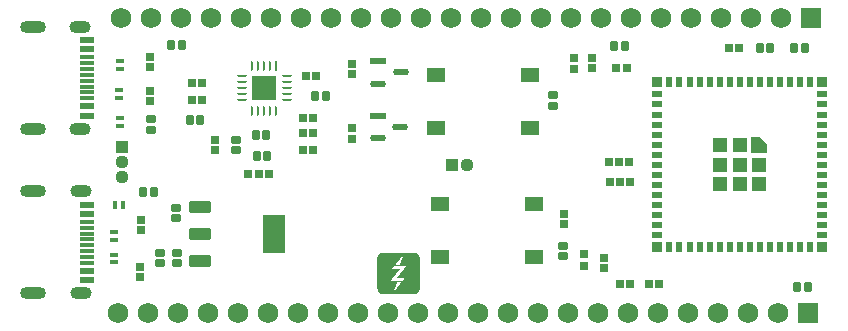
<source format=gts>
G04*
G04 #@! TF.GenerationSoftware,Altium Limited,Altium Designer,24.5.2 (23)*
G04*
G04 Layer_Color=8388736*
%FSLAX25Y25*%
%MOIN*%
G70*
G04*
G04 #@! TF.SameCoordinates,906D8F54-8257-410E-A491-0C3AE59FFD44*
G04*
G04*
G04 #@! TF.FilePolarity,Negative*
G04*
G01*
G75*
%ADD20R,0.04528X0.02362*%
%ADD21R,0.04528X0.01181*%
%ADD23R,0.06102X0.05118*%
G04:AMPARAMS|DCode=24|XSize=53.43mil|YSize=22.53mil|CornerRadius=11.26mil|HoleSize=0mil|Usage=FLASHONLY|Rotation=0.000|XOffset=0mil|YOffset=0mil|HoleType=Round|Shape=RoundedRectangle|*
%AMROUNDEDRECTD24*
21,1,0.05343,0.00000,0,0,0.0*
21,1,0.03091,0.02253,0,0,0.0*
1,1,0.02253,0.01545,0.00000*
1,1,0.02253,-0.01545,0.00000*
1,1,0.02253,-0.01545,0.00000*
1,1,0.02253,0.01545,0.00000*
%
%ADD24ROUNDEDRECTD24*%
%ADD25R,0.05343X0.02253*%
G04:AMPARAMS|DCode=30|XSize=9.55mil|YSize=33.06mil|CornerRadius=4.77mil|HoleSize=0mil|Usage=FLASHONLY|Rotation=270.000|XOffset=0mil|YOffset=0mil|HoleType=Round|Shape=RoundedRectangle|*
%AMROUNDEDRECTD30*
21,1,0.00955,0.02351,0,0,270.0*
21,1,0.00000,0.03306,0,0,270.0*
1,1,0.00955,-0.01176,0.00000*
1,1,0.00955,-0.01176,0.00000*
1,1,0.00955,0.01176,0.00000*
1,1,0.00955,0.01176,0.00000*
%
%ADD30ROUNDEDRECTD30*%
G04:AMPARAMS|DCode=31|XSize=33.06mil|YSize=9.55mil|CornerRadius=4.77mil|HoleSize=0mil|Usage=FLASHONLY|Rotation=270.000|XOffset=0mil|YOffset=0mil|HoleType=Round|Shape=RoundedRectangle|*
%AMROUNDEDRECTD31*
21,1,0.03306,0.00000,0,0,270.0*
21,1,0.02351,0.00955,0,0,270.0*
1,1,0.00955,0.00000,-0.01176*
1,1,0.00955,0.00000,0.01176*
1,1,0.00955,0.00000,0.01176*
1,1,0.00955,0.00000,-0.01176*
%
%ADD31ROUNDEDRECTD31*%
%ADD32R,0.00955X0.03306*%
%ADD40R,0.02526X0.02762*%
%ADD41R,0.02762X0.02526*%
G04:AMPARAMS|DCode=42|XSize=29.2mil|YSize=32.35mil|CornerRadius=5.15mil|HoleSize=0mil|Usage=FLASHONLY|Rotation=90.000|XOffset=0mil|YOffset=0mil|HoleType=Round|Shape=RoundedRectangle|*
%AMROUNDEDRECTD42*
21,1,0.02920,0.02205,0,0,90.0*
21,1,0.01890,0.03235,0,0,90.0*
1,1,0.01030,0.01102,0.00945*
1,1,0.01030,0.01102,-0.00945*
1,1,0.01030,-0.01102,-0.00945*
1,1,0.01030,-0.01102,0.00945*
%
%ADD42ROUNDEDRECTD42*%
%ADD43R,0.02762X0.01778*%
%ADD44R,0.01778X0.02762*%
G04:AMPARAMS|DCode=45|XSize=29.2mil|YSize=32.35mil|CornerRadius=5.15mil|HoleSize=0mil|Usage=FLASHONLY|Rotation=180.000|XOffset=0mil|YOffset=0mil|HoleType=Round|Shape=RoundedRectangle|*
%AMROUNDEDRECTD45*
21,1,0.02920,0.02205,0,0,180.0*
21,1,0.01890,0.03235,0,0,180.0*
1,1,0.01030,-0.00945,0.01102*
1,1,0.01030,0.00945,0.01102*
1,1,0.01030,0.00945,-0.01102*
1,1,0.01030,-0.00945,-0.01102*
%
%ADD45ROUNDEDRECTD45*%
%ADD46R,0.08071X0.08071*%
%ADD47R,0.03156X0.02762*%
G04:AMPARAMS|DCode=48|XSize=129.98mil|YSize=72.9mil|CornerRadius=4.07mil|HoleSize=0mil|Usage=FLASHONLY|Rotation=90.000|XOffset=0mil|YOffset=0mil|HoleType=Round|Shape=RoundedRectangle|*
%AMROUNDEDRECTD48*
21,1,0.12998,0.06476,0,0,90.0*
21,1,0.12185,0.07290,0,0,90.0*
1,1,0.00813,0.03238,0.06093*
1,1,0.00813,0.03238,-0.06093*
1,1,0.00813,-0.03238,-0.06093*
1,1,0.00813,-0.03238,0.06093*
%
%ADD48ROUNDEDRECTD48*%
G04:AMPARAMS|DCode=49|XSize=39.43mil|YSize=72.9mil|CornerRadius=3.95mil|HoleSize=0mil|Usage=FLASHONLY|Rotation=90.000|XOffset=0mil|YOffset=0mil|HoleType=Round|Shape=RoundedRectangle|*
%AMROUNDEDRECTD49*
21,1,0.03943,0.06500,0,0,90.0*
21,1,0.03154,0.07290,0,0,90.0*
1,1,0.00790,0.03250,0.01577*
1,1,0.00790,0.03250,-0.01577*
1,1,0.00790,-0.03250,-0.01577*
1,1,0.00790,-0.03250,0.01577*
%
%ADD49ROUNDEDRECTD49*%
%ADD50R,0.03550X0.03550*%
%ADD51R,0.01975X0.03550*%
%ADD52R,0.03550X0.01975*%
%ADD53R,0.05124X0.05124*%
G04:AMPARAMS|DCode=54|XSize=39.37mil|YSize=86.61mil|CornerRadius=19.68mil|HoleSize=0mil|Usage=FLASHONLY|Rotation=270.000|XOffset=0mil|YOffset=0mil|HoleType=Round|Shape=RoundedRectangle|*
%AMROUNDEDRECTD54*
21,1,0.03937,0.04724,0,0,270.0*
21,1,0.00000,0.08661,0,0,270.0*
1,1,0.03937,-0.02362,0.00000*
1,1,0.03937,-0.02362,0.00000*
1,1,0.03937,0.02362,0.00000*
1,1,0.03937,0.02362,0.00000*
%
%ADD54ROUNDEDRECTD54*%
G04:AMPARAMS|DCode=55|XSize=39.37mil|YSize=70.87mil|CornerRadius=19.68mil|HoleSize=0mil|Usage=FLASHONLY|Rotation=270.000|XOffset=0mil|YOffset=0mil|HoleType=Round|Shape=RoundedRectangle|*
%AMROUNDEDRECTD55*
21,1,0.03937,0.03150,0,0,270.0*
21,1,0.00000,0.07087,0,0,270.0*
1,1,0.03937,-0.01575,0.00000*
1,1,0.03937,-0.01575,0.00000*
1,1,0.03937,0.01575,0.00000*
1,1,0.03937,0.01575,0.00000*
%
%ADD55ROUNDEDRECTD55*%
%ADD56R,0.06800X0.06800*%
%ADD57C,0.06800*%
%ADD58R,0.04400X0.04400*%
%ADD59C,0.04400*%
%ADD60R,0.04400X0.04400*%
G36*
X133293Y25551D02*
X133300Y25515D01*
X133318Y25496D01*
X133333Y25489D01*
X133399Y25452D01*
X133443Y25408D01*
X133458Y25401D01*
X133495Y25364D01*
X133510Y25357D01*
X133561Y25305D01*
X133576Y25298D01*
X133642Y25246D01*
X133660Y25220D01*
X133686Y25187D01*
X133701Y25180D01*
X133734Y25147D01*
X133741Y25132D01*
X133822Y25051D01*
X133844Y25014D01*
X133877Y24981D01*
X133892Y24974D01*
X133903Y24963D01*
X133962Y24853D01*
X133976Y24838D01*
X133984Y24823D01*
X134013Y24772D01*
X134050Y24713D01*
X134160Y24485D01*
X134204Y24389D01*
X134215Y24334D01*
X134230Y24297D01*
X134241Y24286D01*
X134263Y24235D01*
X134271Y24183D01*
X134278Y24154D01*
X134285Y24073D01*
X134300Y24036D01*
X134322Y23985D01*
X134337Y23926D01*
X134344Y23830D01*
X134352Y23602D01*
X134344Y13674D01*
X134337Y13652D01*
X134329Y13593D01*
X134322Y13571D01*
X134308Y13534D01*
X134285Y13461D01*
X134274Y13391D01*
X134267Y13347D01*
X134245Y13288D01*
X134219Y13240D01*
X134201Y13156D01*
X134190Y13130D01*
X134160Y13086D01*
X134131Y13019D01*
X134043Y12850D01*
X134028Y12835D01*
X133999Y12769D01*
X133980Y12722D01*
X133962Y12696D01*
X133932Y12666D01*
X133888Y12585D01*
X133877Y12574D01*
X133862Y12567D01*
X133815Y12519D01*
X133807Y12505D01*
X133774Y12464D01*
X133734Y12424D01*
X133727Y12409D01*
X133598Y12280D01*
X133583Y12273D01*
X133568Y12258D01*
X133554Y12251D01*
X133495Y12192D01*
X133480Y12185D01*
X133465Y12170D01*
X133451Y12163D01*
X133436Y12148D01*
X133421Y12141D01*
X133406Y12126D01*
X133392Y12118D01*
X133293Y12049D01*
X133278Y12012D01*
X133274Y12001D01*
X125269Y12004D01*
X125276Y12056D01*
X125302Y12082D01*
X125317Y12089D01*
X125357Y12122D01*
X125364Y12137D01*
X125412Y12207D01*
X125431Y12225D01*
X125475Y12306D01*
X125556Y12387D01*
X125563Y12402D01*
X125593Y12446D01*
X125600Y12461D01*
X125633Y12501D01*
X125644Y12512D01*
X125666Y12549D01*
X125710Y12593D01*
X125717Y12608D01*
X125751Y12648D01*
X125784Y12681D01*
X125791Y12696D01*
X125861Y12788D01*
X125872Y12799D01*
X125879Y12813D01*
X125912Y12854D01*
X125938Y12880D01*
X125945Y12894D01*
X125979Y12935D01*
X125997Y12961D01*
X126034Y12997D01*
X126041Y13012D01*
X126078Y13063D01*
X126085Y13078D01*
X126122Y13115D01*
X126129Y13130D01*
X126159Y13181D01*
X126203Y13225D01*
X126240Y13292D01*
X126276Y13328D01*
X126284Y13343D01*
X126298Y13358D01*
X126306Y13372D01*
X126350Y13417D01*
X126387Y13483D01*
X126438Y13534D01*
X126446Y13549D01*
X126497Y13615D01*
X126523Y13634D01*
X126556Y13667D01*
X126563Y13681D01*
X126578Y13696D01*
X126585Y13711D01*
X126607Y13733D01*
X126615Y13747D01*
X126663Y13817D01*
X126721Y13891D01*
X126740Y13917D01*
X126791Y13983D01*
X126813Y14005D01*
X126821Y14020D01*
X126843Y14042D01*
X126850Y14056D01*
X126894Y14137D01*
X126913Y14156D01*
X126927Y14163D01*
X126979Y14244D01*
X126994Y14251D01*
X127008Y14266D01*
X127023Y14273D01*
X127063Y14336D01*
X127100Y14373D01*
X127108Y14387D01*
X127129Y14409D01*
X127159Y14461D01*
X127218Y14520D01*
X127225Y14534D01*
X127254Y14579D01*
X127262Y14593D01*
X127295Y14634D01*
X127343Y14682D01*
X127350Y14696D01*
X127424Y14799D01*
X127431Y14814D01*
X127482Y14865D01*
X127490Y14880D01*
X127541Y14946D01*
X127563Y14968D01*
X127571Y14983D01*
X127604Y15023D01*
X127615Y15034D01*
X127622Y15049D01*
X127674Y15115D01*
X127696Y15137D01*
X127703Y15152D01*
X127718Y15167D01*
X127725Y15182D01*
X127762Y15218D01*
X127769Y15233D01*
X127784Y15248D01*
X127791Y15262D01*
X127898Y15406D01*
X127953Y15461D01*
X127961Y15476D01*
X127990Y15505D01*
X127997Y15520D01*
X128100Y15652D01*
X128130Y15682D01*
X128133Y15685D01*
X128144Y15696D01*
X128152Y15711D01*
X128174Y15748D01*
X128181Y15777D01*
X128174Y15821D01*
X128148Y15847D01*
X128097Y15855D01*
X128052Y15847D01*
X128030Y15840D01*
X127869Y15847D01*
X127773Y15840D01*
X127626Y15847D01*
X127604Y15840D01*
X127424Y15844D01*
X127354Y15840D01*
X127332Y15847D01*
X127129Y15844D01*
X127015Y15847D01*
X126994Y15840D01*
X126942Y15833D01*
X126905Y15825D01*
X126880Y15799D01*
X126865Y15748D01*
X126846Y15700D01*
X126806Y15616D01*
X126780Y15546D01*
X126743Y15487D01*
X126725Y15446D01*
X126707Y15399D01*
X126666Y15307D01*
X126615Y15196D01*
X126593Y15145D01*
X126563Y15079D01*
X126526Y14998D01*
X126468Y14873D01*
X126453Y14836D01*
X126446Y14821D01*
X126416Y14755D01*
X126390Y14685D01*
X126372Y14637D01*
X126357Y14601D01*
X126298Y14476D01*
X126273Y14406D01*
X126262Y14395D01*
X126254Y14380D01*
X126232Y14329D01*
X126225Y14299D01*
X126210Y14262D01*
X126181Y14218D01*
X126166Y14181D01*
X126148Y14134D01*
X126085Y14005D01*
X126041Y13924D01*
X126019Y13872D01*
X126008Y13832D01*
X125971Y13773D01*
X125953Y13725D01*
X125942Y13685D01*
X125927Y13648D01*
X125916Y13637D01*
X125905Y13597D01*
X125890Y13560D01*
X125857Y13505D01*
X125850Y13490D01*
X125806Y13395D01*
X125791Y13358D01*
X125762Y13292D01*
X125740Y13240D01*
X125732Y13211D01*
X125706Y13141D01*
X125673Y13086D01*
X125666Y13056D01*
X125593Y12902D01*
X125585Y12858D01*
X125556Y12806D01*
X125534Y12769D01*
X125519Y12718D01*
X125482Y12652D01*
X125467Y12637D01*
X125453Y12600D01*
X125442Y12552D01*
X125431Y12527D01*
X125394Y12475D01*
X125375Y12427D01*
X125320Y12321D01*
X125309Y12280D01*
X125239Y12129D01*
X125225Y12093D01*
X125210Y12041D01*
X125206Y12001D01*
X121268Y12004D01*
X121261Y12041D01*
X121242Y12060D01*
X121228Y12067D01*
X121161Y12104D01*
X121103Y12163D01*
X121088Y12170D01*
X121022Y12222D01*
X121003Y12240D01*
X120996Y12254D01*
X120970Y12273D01*
X120930Y12306D01*
X120900Y12335D01*
X120893Y12350D01*
X120875Y12369D01*
X120860Y12376D01*
X120790Y12446D01*
X120783Y12461D01*
X120761Y12483D01*
X120753Y12497D01*
X120731Y12519D01*
X120724Y12534D01*
X120698Y12552D01*
X120658Y12585D01*
X120639Y12633D01*
X120621Y12659D01*
X120584Y12696D01*
X120569Y12733D01*
X120544Y12802D01*
X120525Y12828D01*
X120503Y12850D01*
X120496Y12865D01*
X120481Y12880D01*
X120393Y13049D01*
X120371Y13100D01*
X120345Y13170D01*
X120330Y13207D01*
X120290Y13336D01*
X120282Y13365D01*
X120272Y13413D01*
X120264Y13442D01*
X120249Y13479D01*
X120238Y13520D01*
X120224Y13578D01*
X120213Y13714D01*
X120205Y13847D01*
X120198Y13950D01*
X120191Y14075D01*
X120187Y14284D01*
X120194Y14306D01*
X120191Y23489D01*
X120198Y23591D01*
X120205Y23680D01*
X120213Y23842D01*
X120220Y23930D01*
X120227Y23989D01*
X120235Y24025D01*
X120242Y24055D01*
X120268Y24117D01*
X120282Y24169D01*
X120290Y24220D01*
X120297Y24250D01*
X120308Y24290D01*
X120338Y24371D01*
X120352Y24408D01*
X120393Y24492D01*
X120411Y24540D01*
X120426Y24577D01*
X120503Y24706D01*
X120584Y24860D01*
X120599Y24875D01*
X120606Y24890D01*
X120643Y24956D01*
X120717Y25029D01*
X120724Y25044D01*
X120757Y25084D01*
X120842Y25169D01*
X120849Y25184D01*
X120919Y25253D01*
X120933Y25261D01*
X120963Y25290D01*
X120977Y25298D01*
X121110Y25430D01*
X121125Y25437D01*
X121169Y25467D01*
X121220Y25496D01*
X121246Y25522D01*
X121253Y25551D01*
X129266Y25555D01*
X129270Y25522D01*
X129237Y25482D01*
X129222Y25474D01*
X129203Y25456D01*
X129196Y25441D01*
X129145Y25375D01*
X129123Y25353D01*
X129115Y25338D01*
X129064Y25272D01*
X129042Y25250D01*
X129034Y25235D01*
X129005Y25184D01*
X128968Y25132D01*
X128942Y25106D01*
X128928Y25099D01*
X128917Y25088D01*
X128909Y25073D01*
X128861Y25003D01*
X128828Y24970D01*
X128821Y24956D01*
X128770Y24890D01*
X128755Y24875D01*
X128747Y24860D01*
X128733Y24845D01*
X128725Y24831D01*
X128711Y24816D01*
X128703Y24801D01*
X128667Y24764D01*
X128659Y24750D01*
X128637Y24728D01*
X128630Y24713D01*
X128578Y24647D01*
X128564Y24632D01*
X128556Y24617D01*
X128516Y24555D01*
X128501Y24547D01*
X128475Y24522D01*
X128431Y24441D01*
X128420Y24430D01*
X128405Y24422D01*
X128380Y24397D01*
X128372Y24382D01*
X128303Y24290D01*
X128244Y24202D01*
X128225Y24183D01*
X128218Y24169D01*
X128174Y24125D01*
X128166Y24110D01*
X128137Y24081D01*
X128130Y24066D01*
X128108Y24044D01*
X128100Y24029D01*
X128086Y24014D01*
X128078Y24000D01*
X128056Y23978D01*
X128049Y23963D01*
X128019Y23933D01*
X128012Y23919D01*
X127972Y23864D01*
X127957Y23856D01*
X127931Y23830D01*
X127902Y23779D01*
X127865Y23742D01*
X127858Y23728D01*
X127821Y23676D01*
X127813Y23661D01*
X127784Y23632D01*
X127777Y23617D01*
X127729Y23547D01*
X127718Y23536D01*
X127710Y23521D01*
X127681Y23492D01*
X127674Y23477D01*
X127659Y23463D01*
X127652Y23448D01*
X127600Y23382D01*
X127585Y23367D01*
X127578Y23352D01*
X127541Y23301D01*
X127530Y23290D01*
X127516Y23282D01*
X127490Y23257D01*
X127482Y23242D01*
X127468Y23227D01*
X127461Y23213D01*
X127438Y23191D01*
X127431Y23176D01*
X127398Y23135D01*
X127380Y23117D01*
X127372Y23102D01*
X127357Y23088D01*
X127350Y23073D01*
X127302Y23003D01*
X127254Y22955D01*
X127247Y22941D01*
X127225Y22919D01*
X127218Y22904D01*
X127166Y22838D01*
X127137Y22794D01*
X127115Y22757D01*
X127104Y22746D01*
X127089Y22738D01*
X127063Y22713D01*
X127034Y22661D01*
X126960Y22558D01*
X126953Y22543D01*
X126880Y22470D01*
X126843Y22404D01*
X126828Y22389D01*
X126824Y22378D01*
X126810Y22371D01*
X126769Y22330D01*
X126762Y22315D01*
X126747Y22301D01*
X126740Y22286D01*
X126710Y22257D01*
X126703Y22242D01*
X126652Y22176D01*
X126600Y22124D01*
X126563Y22058D01*
X126541Y22036D01*
X126534Y22021D01*
X126512Y21999D01*
X126504Y21984D01*
X126490Y21970D01*
X126482Y21955D01*
X126468Y21940D01*
X126460Y21926D01*
X126424Y21889D01*
X126416Y21874D01*
X126394Y21852D01*
X126387Y21837D01*
X126365Y21786D01*
X126372Y21749D01*
X126390Y21731D01*
X126442Y21716D01*
X126582Y21723D01*
X126655Y21716D01*
X126971Y21723D01*
X127387Y21720D01*
X127538Y21723D01*
X127560Y21716D01*
X127604Y21723D01*
X127644Y21757D01*
X127666Y21779D01*
X127674Y21793D01*
X127696Y21845D01*
X127703Y21874D01*
X127747Y21955D01*
X127777Y22021D01*
X127795Y22069D01*
X127824Y22113D01*
X127839Y22150D01*
X127887Y22257D01*
X127905Y22304D01*
X127924Y22345D01*
X127975Y22455D01*
X128001Y22525D01*
X128016Y22562D01*
X128027Y22573D01*
X128034Y22588D01*
X128063Y22654D01*
X128089Y22724D01*
X128100Y22735D01*
X128115Y22771D01*
X128141Y22841D01*
X128166Y22882D01*
X128196Y22948D01*
X128203Y22977D01*
X128222Y23025D01*
X128262Y23110D01*
X128273Y23150D01*
X128350Y23316D01*
X128372Y23367D01*
X128380Y23382D01*
X128417Y23463D01*
X128435Y23510D01*
X128468Y23573D01*
X128505Y23654D01*
X128564Y23779D01*
X128571Y23808D01*
X128586Y23845D01*
X128600Y23860D01*
X128608Y23875D01*
X128637Y23948D01*
X128674Y24007D01*
X128689Y24058D01*
X128714Y24128D01*
X128747Y24183D01*
X128762Y24220D01*
X128788Y24290D01*
X128828Y24367D01*
X128847Y24415D01*
X128880Y24478D01*
X128895Y24536D01*
X128968Y24691D01*
X128983Y24750D01*
X129001Y24798D01*
X129012Y24809D01*
X129020Y24823D01*
X129056Y24904D01*
X129108Y25014D01*
X129145Y25081D01*
X129159Y25095D01*
X129181Y25147D01*
X129200Y25195D01*
X129215Y25232D01*
X129248Y25309D01*
X129255Y25323D01*
X129306Y25404D01*
X129321Y25441D01*
X129343Y25515D01*
X129347Y25555D01*
X133293Y25551D01*
D02*
G37*
G36*
X244744Y58740D02*
Y64252D01*
X247697D01*
X250256Y61693D01*
Y58740D01*
X244744D01*
D02*
G37*
%LPC*%
G36*
X129788Y21304D02*
X129148D01*
X128306Y21293D01*
X127674Y21286D01*
X127648Y21282D01*
X127626Y21290D01*
X127552Y21282D01*
X126273Y21275D01*
X126251Y21267D01*
X126052Y21282D01*
X126030Y21275D01*
X125986Y21267D01*
X125905Y21223D01*
X125865Y21183D01*
X125857Y21168D01*
X125809Y21098D01*
X125773Y21061D01*
X125758Y21054D01*
X125732Y21006D01*
X125703Y20955D01*
X125688Y20940D01*
X125681Y20925D01*
X125640Y20870D01*
X125626Y20863D01*
X125607Y20844D01*
X125600Y20830D01*
X125552Y20760D01*
X125534Y20742D01*
X125526Y20727D01*
X125493Y20686D01*
X125475Y20668D01*
X125467Y20653D01*
X125453Y20639D01*
X125445Y20624D01*
X125431Y20609D01*
X125423Y20595D01*
X125350Y20521D01*
X125342Y20506D01*
X125328Y20492D01*
X125320Y20477D01*
X125269Y20425D01*
X125239Y20374D01*
X125228Y20363D01*
X125214Y20356D01*
X125188Y20330D01*
X125173Y20278D01*
X125166Y20242D01*
X125188Y20205D01*
X125221Y20194D01*
X125361Y20186D01*
X125383Y20194D01*
X127129Y20190D01*
X127578Y20197D01*
X127641Y20201D01*
X127652Y20190D01*
X127644Y20139D01*
X127615Y20087D01*
X127563Y20021D01*
X127538Y19995D01*
X127527Y19991D01*
X127519Y19977D01*
X127490Y19925D01*
X127471Y19907D01*
X127438Y19888D01*
X127431Y19874D01*
X127402Y19822D01*
X127357Y19778D01*
X127321Y19712D01*
X127262Y19653D01*
X127254Y19638D01*
X127240Y19624D01*
X127210Y19572D01*
X127159Y19521D01*
X127152Y19506D01*
X127100Y19440D01*
X127063Y19388D01*
X127056Y19374D01*
X126986Y19282D01*
X126946Y19241D01*
X126938Y19227D01*
X126887Y19160D01*
X126854Y19120D01*
X126843Y19109D01*
X126835Y19094D01*
X126821Y19080D01*
X126813Y19065D01*
X126799Y19050D01*
X126791Y19035D01*
X126740Y18969D01*
X126703Y18932D01*
X126696Y18918D01*
X126674Y18896D01*
X126666Y18881D01*
X126652Y18866D01*
X126644Y18851D01*
X126607Y18815D01*
X126600Y18800D01*
X126571Y18771D01*
X126563Y18756D01*
X126534Y18712D01*
X126526Y18697D01*
X126512Y18682D01*
X126504Y18668D01*
X126490Y18653D01*
X126482Y18638D01*
X126446Y18601D01*
X126438Y18587D01*
X126416Y18565D01*
X126409Y18550D01*
X126394Y18535D01*
X126365Y18484D01*
X126332Y18443D01*
X126306Y18418D01*
X126269Y18351D01*
X126229Y18311D01*
X126218Y18307D01*
X126210Y18293D01*
X126173Y18241D01*
X126115Y18182D01*
X126078Y18116D01*
X126019Y18057D01*
X126012Y18043D01*
X125997Y18028D01*
X125990Y18013D01*
X125953Y17962D01*
X125945Y17947D01*
X125916Y17918D01*
X125909Y17903D01*
X125872Y17866D01*
X125865Y17851D01*
X125828Y17800D01*
X125820Y17785D01*
X125784Y17748D01*
X125780Y17737D01*
X125769Y17734D01*
X125762Y17719D01*
X125714Y17649D01*
X125681Y17616D01*
X125673Y17601D01*
X125622Y17535D01*
X125607Y17520D01*
X125578Y17469D01*
X125559Y17443D01*
X125545Y17436D01*
X125519Y17410D01*
X125489Y17358D01*
X125467Y17336D01*
X125460Y17322D01*
X125431Y17292D01*
X125423Y17278D01*
X125401Y17256D01*
X125394Y17241D01*
X125342Y17175D01*
X125328Y17160D01*
X125320Y17145D01*
X125291Y17094D01*
X125273Y17075D01*
X125258Y17068D01*
X125239Y17050D01*
X125232Y17035D01*
X125199Y16995D01*
X125188Y16983D01*
X125181Y16969D01*
X125151Y16917D01*
X125092Y16858D01*
X125085Y16844D01*
X125052Y16803D01*
X125015Y16759D01*
X124975Y16704D01*
X124967Y16689D01*
X124916Y16623D01*
X124894Y16601D01*
X124886Y16586D01*
X124872Y16572D01*
X124864Y16557D01*
X124828Y16520D01*
X124820Y16505D01*
X124805Y16491D01*
X124776Y16439D01*
X124743Y16406D01*
X124728Y16399D01*
X124714Y16384D01*
X124699Y16377D01*
X124680Y16336D01*
X124706Y16303D01*
X124758Y16288D01*
X124842Y16299D01*
X124993Y16303D01*
X125015Y16296D01*
X128589Y16303D01*
X128630Y16336D01*
X128659Y16366D01*
X128667Y16380D01*
X128681Y16395D01*
X128689Y16410D01*
X128703Y16424D01*
X128711Y16439D01*
X128733Y16461D01*
X128740Y16476D01*
X128814Y16549D01*
X128850Y16616D01*
X128895Y16660D01*
X128902Y16675D01*
X128950Y16744D01*
X128983Y16778D01*
X128990Y16792D01*
X129012Y16814D01*
X129020Y16829D01*
X129071Y16895D01*
X129123Y16947D01*
X129130Y16961D01*
X129167Y17020D01*
X129196Y17072D01*
X129222Y17097D01*
X129237Y17105D01*
X129248Y17116D01*
X129255Y17131D01*
X129306Y17197D01*
X129343Y17233D01*
X129351Y17248D01*
X129365Y17263D01*
X129387Y17314D01*
X129380Y17358D01*
X129362Y17377D01*
X129310Y17384D01*
X129259Y17377D01*
X129203Y17373D01*
X127222Y17377D01*
X127199Y17370D01*
X127137Y17373D01*
X127133Y17370D01*
X127111Y17377D01*
X126927Y17370D01*
X126905Y17362D01*
X126880Y17381D01*
X126876Y17414D01*
X126883Y17443D01*
X126913Y17487D01*
X126931Y17506D01*
X126938Y17520D01*
X126975Y17557D01*
X126982Y17572D01*
X127019Y17623D01*
X127063Y17667D01*
X127093Y17719D01*
X127137Y17763D01*
X127144Y17778D01*
X127174Y17829D01*
X127199Y17855D01*
X127214Y17862D01*
X127254Y17895D01*
X127262Y17910D01*
X127299Y17962D01*
X127306Y17976D01*
X127343Y18013D01*
X127380Y18079D01*
X127424Y18123D01*
X127442Y18171D01*
X127497Y18226D01*
X127505Y18241D01*
X127538Y18282D01*
X127556Y18300D01*
X127563Y18315D01*
X127600Y18366D01*
X127622Y18388D01*
X127630Y18403D01*
X127663Y18443D01*
X127696Y18476D01*
X127703Y18491D01*
X127718Y18506D01*
X127725Y18520D01*
X127769Y18565D01*
X127777Y18579D01*
X127810Y18627D01*
X127824Y18634D01*
X127865Y18697D01*
X127917Y18748D01*
X127924Y18763D01*
X127975Y18815D01*
X128012Y18881D01*
X128042Y18910D01*
X128049Y18925D01*
X128071Y18947D01*
X128078Y18962D01*
X128108Y18991D01*
X128115Y19006D01*
X128130Y19021D01*
X128137Y19035D01*
X128174Y19087D01*
X128181Y19102D01*
X128203Y19124D01*
X128211Y19138D01*
X128240Y19168D01*
X128247Y19182D01*
X128284Y19241D01*
X128291Y19256D01*
X128314Y19278D01*
X128321Y19293D01*
X128350Y19322D01*
X128358Y19337D01*
X128394Y19374D01*
X128402Y19388D01*
X128439Y19425D01*
X128446Y19440D01*
X128461Y19455D01*
X128468Y19469D01*
X128483Y19484D01*
X128490Y19499D01*
X128549Y19557D01*
X128556Y19572D01*
X128608Y19638D01*
X128630Y19660D01*
X128637Y19675D01*
X128659Y19697D01*
X128667Y19712D01*
X128696Y19756D01*
X128703Y19771D01*
X128806Y19874D01*
X128814Y19888D01*
X128850Y19940D01*
X128858Y19955D01*
X128964Y20098D01*
X128983Y20124D01*
X129012Y20153D01*
X129020Y20168D01*
X129034Y20183D01*
X129042Y20197D01*
X129056Y20212D01*
X129064Y20227D01*
X129115Y20278D01*
X129123Y20293D01*
X129174Y20359D01*
X129218Y20440D01*
X129251Y20473D01*
X129266Y20481D01*
X129284Y20499D01*
X129292Y20514D01*
X129325Y20554D01*
X129343Y20572D01*
X129351Y20587D01*
X129395Y20631D01*
X129424Y20683D01*
X129476Y20749D01*
X129520Y20793D01*
X129527Y20808D01*
X129549Y20830D01*
X129557Y20844D01*
X129593Y20896D01*
X129601Y20911D01*
X129652Y20962D01*
X129696Y21043D01*
X129726Y21072D01*
X129729Y21083D01*
X129740Y21087D01*
X129744Y21098D01*
X129759Y21106D01*
X129821Y21168D01*
X129843Y21220D01*
X129851Y21249D01*
X129829Y21286D01*
X129818Y21297D01*
X129788Y21304D01*
D02*
G37*
%LPD*%
D20*
X23584Y16502D02*
D03*
Y41698D02*
D03*
Y38549D02*
D03*
Y19651D02*
D03*
X23512Y71394D02*
D03*
Y96591D02*
D03*
Y93441D02*
D03*
Y74543D02*
D03*
D21*
X23584Y22210D02*
D03*
Y24179D02*
D03*
Y26147D02*
D03*
Y28116D02*
D03*
Y30084D02*
D03*
Y32053D02*
D03*
Y34021D02*
D03*
Y35990D02*
D03*
X23512Y77102D02*
D03*
Y79071D02*
D03*
Y81039D02*
D03*
Y83008D02*
D03*
Y84976D02*
D03*
Y86945D02*
D03*
Y88913D02*
D03*
Y90882D02*
D03*
D23*
X170950Y67142D02*
D03*
X139650D02*
D03*
X170950Y84858D02*
D03*
X139650D02*
D03*
X141150Y41958D02*
D03*
X172450D02*
D03*
Y24242D02*
D03*
X141150D02*
D03*
D24*
X127985Y85740D02*
D03*
X120500Y82000D02*
D03*
X120315Y63860D02*
D03*
X127800Y67600D02*
D03*
D25*
X120500Y89480D02*
D03*
X120315Y71340D02*
D03*
D30*
X90041Y84437D02*
D03*
Y82468D02*
D03*
Y80500D02*
D03*
Y78531D02*
D03*
Y76563D02*
D03*
X74959D02*
D03*
Y78531D02*
D03*
Y80500D02*
D03*
Y82468D02*
D03*
Y84437D02*
D03*
D31*
X86437Y72959D02*
D03*
X84469D02*
D03*
X82500D02*
D03*
X80532D02*
D03*
X78563D02*
D03*
Y88041D02*
D03*
X80532D02*
D03*
X82500D02*
D03*
X84469D02*
D03*
D32*
X86437D02*
D03*
D40*
X84000Y52000D02*
D03*
X80614D02*
D03*
X77228D02*
D03*
X80614D02*
D03*
X61800Y76700D02*
D03*
X58414D02*
D03*
X237507Y93800D02*
D03*
X240893D02*
D03*
X99693Y84500D02*
D03*
X96307D02*
D03*
X58414Y82100D02*
D03*
X61800D02*
D03*
X98693Y60000D02*
D03*
X95307D02*
D03*
X98693Y70500D02*
D03*
X95307D02*
D03*
Y65500D02*
D03*
X98693D02*
D03*
X201107Y15200D02*
D03*
X204493D02*
D03*
X210807Y15300D02*
D03*
X214193D02*
D03*
X199907Y87100D02*
D03*
X203293D02*
D03*
X200614Y56000D02*
D03*
X204000D02*
D03*
X201214Y49100D02*
D03*
X204600D02*
D03*
X200686Y56000D02*
D03*
X197300D02*
D03*
X201186Y49100D02*
D03*
X197800D02*
D03*
D41*
X41600Y33107D02*
D03*
Y36493D02*
D03*
X182500Y35307D02*
D03*
Y38693D02*
D03*
X66000Y63193D02*
D03*
Y59807D02*
D03*
X44500Y87407D02*
D03*
Y90793D02*
D03*
X44600Y79593D02*
D03*
Y76207D02*
D03*
X191900Y87207D02*
D03*
Y90593D02*
D03*
X195700Y23886D02*
D03*
Y20500D02*
D03*
X41000Y17500D02*
D03*
Y20886D02*
D03*
X111800Y85207D02*
D03*
Y88593D02*
D03*
X111700Y67100D02*
D03*
Y63714D02*
D03*
D42*
X44700Y66668D02*
D03*
Y70132D02*
D03*
X73000Y63232D02*
D03*
Y59768D02*
D03*
X53500Y22268D02*
D03*
Y25732D02*
D03*
X47900Y25665D02*
D03*
Y22200D02*
D03*
X53000Y40732D02*
D03*
Y37268D02*
D03*
X182100Y24535D02*
D03*
Y28000D02*
D03*
X178700Y74668D02*
D03*
Y78132D02*
D03*
D43*
X34400Y87020D02*
D03*
Y89579D02*
D03*
X34100Y77220D02*
D03*
Y79779D02*
D03*
X34400Y67921D02*
D03*
Y70480D02*
D03*
X32500Y32559D02*
D03*
Y30000D02*
D03*
Y25000D02*
D03*
Y22441D02*
D03*
D44*
X35280Y41500D02*
D03*
X32721D02*
D03*
D45*
X83232Y64800D02*
D03*
X79768D02*
D03*
X80068Y57900D02*
D03*
X83532D02*
D03*
X57768Y70000D02*
D03*
X61232D02*
D03*
X103000Y78000D02*
D03*
X99535D02*
D03*
X45732Y46000D02*
D03*
X42268D02*
D03*
X259268Y93800D02*
D03*
X262732D02*
D03*
X260168Y14300D02*
D03*
X263632D02*
D03*
X55032Y94800D02*
D03*
X51568D02*
D03*
X202732Y94500D02*
D03*
X199268D02*
D03*
X251232Y94000D02*
D03*
X247768D02*
D03*
D46*
X82500Y80500D02*
D03*
D47*
X185700Y86900D02*
D03*
Y90640D02*
D03*
X189200Y25140D02*
D03*
Y21400D02*
D03*
D48*
X85803Y32000D02*
D03*
D49*
X61197Y22945D02*
D03*
Y32000D02*
D03*
Y41055D02*
D03*
D50*
X268563Y82559D02*
D03*
X213445D02*
D03*
X268563Y27441D02*
D03*
X213445D02*
D03*
D51*
X264429Y82559D02*
D03*
X261083D02*
D03*
X257736D02*
D03*
X254390D02*
D03*
X251043D02*
D03*
X247697D02*
D03*
X244350D02*
D03*
X241004D02*
D03*
X237657D02*
D03*
X234311D02*
D03*
X230965D02*
D03*
X227618D02*
D03*
X224272D02*
D03*
X220925D02*
D03*
X217579D02*
D03*
Y27441D02*
D03*
X220925D02*
D03*
X224272D02*
D03*
X227618D02*
D03*
X230965D02*
D03*
X234311D02*
D03*
X237657D02*
D03*
X241004D02*
D03*
X244350D02*
D03*
X247697D02*
D03*
X251043D02*
D03*
X254390D02*
D03*
X257736D02*
D03*
X261083D02*
D03*
X264429D02*
D03*
D52*
X213445Y78425D02*
D03*
Y75079D02*
D03*
Y71732D02*
D03*
Y68386D02*
D03*
Y65039D02*
D03*
Y61693D02*
D03*
Y58346D02*
D03*
Y55000D02*
D03*
Y51653D02*
D03*
Y48307D02*
D03*
Y44961D02*
D03*
Y41614D02*
D03*
Y38268D02*
D03*
Y34921D02*
D03*
Y31575D02*
D03*
X268563D02*
D03*
Y34921D02*
D03*
Y38268D02*
D03*
Y41614D02*
D03*
Y44961D02*
D03*
Y48307D02*
D03*
Y51653D02*
D03*
Y55000D02*
D03*
Y58346D02*
D03*
Y61693D02*
D03*
Y65039D02*
D03*
Y68386D02*
D03*
Y71732D02*
D03*
Y75079D02*
D03*
Y78425D02*
D03*
D53*
X241004Y55000D02*
D03*
X247500D02*
D03*
Y48504D02*
D03*
X241004D02*
D03*
X234508D02*
D03*
Y55000D02*
D03*
Y61496D02*
D03*
X241004D02*
D03*
D54*
X5572Y46108D02*
D03*
Y12092D02*
D03*
X5500Y101000D02*
D03*
Y66984D02*
D03*
D55*
X21320Y46108D02*
D03*
Y12092D02*
D03*
X21248Y101000D02*
D03*
Y66984D02*
D03*
D56*
X263700Y5600D02*
D03*
X264900Y104000D02*
D03*
D57*
X253700Y5600D02*
D03*
X243700D02*
D03*
X233700D02*
D03*
X223700D02*
D03*
X213700D02*
D03*
X203700D02*
D03*
X193700D02*
D03*
X183700D02*
D03*
X173700D02*
D03*
X163700D02*
D03*
X153700D02*
D03*
X143700D02*
D03*
X133700D02*
D03*
X123700D02*
D03*
X113700D02*
D03*
X103700D02*
D03*
X93700D02*
D03*
X83700D02*
D03*
X73700D02*
D03*
X63700D02*
D03*
X53700D02*
D03*
X43700D02*
D03*
X33700D02*
D03*
X34900Y104000D02*
D03*
X44900D02*
D03*
X54900D02*
D03*
X64900D02*
D03*
X74900D02*
D03*
X84900D02*
D03*
X94900D02*
D03*
X104900D02*
D03*
X114900D02*
D03*
X124900D02*
D03*
X134900D02*
D03*
X144900D02*
D03*
X154900D02*
D03*
X164900D02*
D03*
X174900D02*
D03*
X184900D02*
D03*
X194900D02*
D03*
X204900D02*
D03*
X214900D02*
D03*
X224900D02*
D03*
X234900D02*
D03*
X244900D02*
D03*
X254900D02*
D03*
D58*
X35000Y61000D02*
D03*
D59*
Y56000D02*
D03*
Y51000D02*
D03*
X150000Y55000D02*
D03*
D60*
X145000D02*
D03*
M02*

</source>
